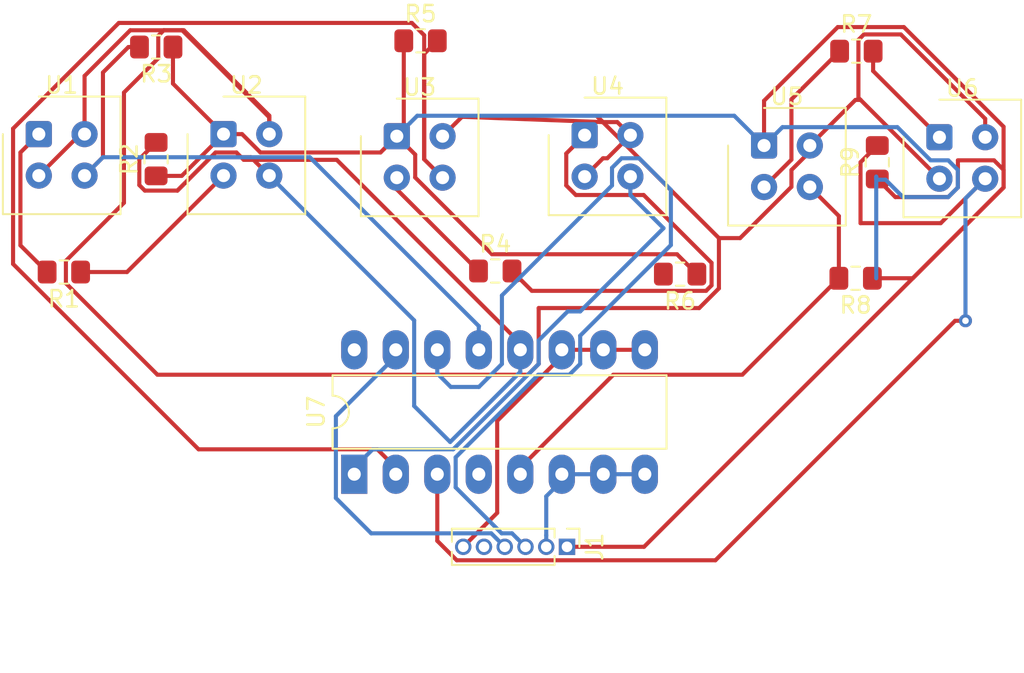
<source format=kicad_pcb>
(kicad_pcb (version 20171130) (host pcbnew "(5.0.1)-4")

  (general
    (thickness 1.6)
    (drawings 0)
    (tracks 238)
    (zones 0)
    (modules 17)
    (nets 20)
  )

  (page A4)
  (layers
    (0 F.Cu signal)
    (31 B.Cu signal)
    (32 B.Adhes user)
    (33 F.Adhes user)
    (34 B.Paste user)
    (35 F.Paste user)
    (36 B.SilkS user)
    (37 F.SilkS user)
    (38 B.Mask user)
    (39 F.Mask user)
    (40 Dwgs.User user)
    (41 Cmts.User user)
    (42 Eco1.User user)
    (43 Eco2.User user)
    (44 Edge.Cuts user)
    (45 Margin user)
    (46 B.CrtYd user)
    (47 F.CrtYd user)
    (48 B.Fab user)
    (49 F.Fab user)
  )

  (setup
    (last_trace_width 0.25)
    (trace_clearance 0.2)
    (zone_clearance 0.508)
    (zone_45_only no)
    (trace_min 0.2)
    (segment_width 0.2)
    (edge_width 0.15)
    (via_size 0.8)
    (via_drill 0.4)
    (via_min_size 0.4)
    (via_min_drill 0.3)
    (uvia_size 0.3)
    (uvia_drill 0.1)
    (uvias_allowed no)
    (uvia_min_size 0.2)
    (uvia_min_drill 0.1)
    (pcb_text_width 0.3)
    (pcb_text_size 1.5 1.5)
    (mod_edge_width 0.15)
    (mod_text_size 1 1)
    (mod_text_width 0.15)
    (pad_size 1.524 1.524)
    (pad_drill 0.762)
    (pad_to_mask_clearance 0.051)
    (solder_mask_min_width 0.25)
    (aux_axis_origin 0 0)
    (visible_elements FFFFFF7F)
    (pcbplotparams
      (layerselection 0x010fc_ffffffff)
      (usegerberextensions false)
      (usegerberattributes false)
      (usegerberadvancedattributes false)
      (creategerberjobfile false)
      (excludeedgelayer true)
      (linewidth 0.100000)
      (plotframeref false)
      (viasonmask false)
      (mode 1)
      (useauxorigin false)
      (hpglpennumber 1)
      (hpglpenspeed 20)
      (hpglpendiameter 15.000000)
      (psnegative false)
      (psa4output false)
      (plotreference true)
      (plotvalue true)
      (plotinvisibletext false)
      (padsonsilk false)
      (subtractmaskfromsilk false)
      (outputformat 1)
      (mirror false)
      (drillshape 1)
      (scaleselection 1)
      (outputdirectory ""))
  )

  (net 0 "")
  (net 1 +5V)
  (net 2 GND)
  (net 3 linea1)
  (net 4 linea2)
  (net 5 linea3)
  (net 6 linea_selec)
  (net 7 "Net-(R1-Pad2)")
  (net 8 "Net-(R1-Pad1)")
  (net 9 sensor1)
  (net 10 sensor2)
  (net 11 "Net-(R4-Pad2)")
  (net 12 "Net-(R4-Pad1)")
  (net 13 sensor3)
  (net 14 sensor4)
  (net 15 "Net-(R7-Pad1)")
  (net 16 "Net-(R7-Pad2)")
  (net 17 sensor5)
  (net 18 sensor6)
  (net 19 "Net-(U7-Pad16)")

  (net_class Default "Esta es la clase de red por defecto."
    (clearance 0.2)
    (trace_width 0.25)
    (via_dia 0.8)
    (via_drill 0.4)
    (uvia_dia 0.3)
    (uvia_drill 0.1)
    (add_net +5V)
    (add_net GND)
    (add_net "Net-(R1-Pad1)")
    (add_net "Net-(R1-Pad2)")
    (add_net "Net-(R4-Pad1)")
    (add_net "Net-(R4-Pad2)")
    (add_net "Net-(R7-Pad1)")
    (add_net "Net-(R7-Pad2)")
    (add_net "Net-(U7-Pad16)")
    (add_net linea1)
    (add_net linea2)
    (add_net linea3)
    (add_net linea_selec)
    (add_net sensor1)
    (add_net sensor2)
    (add_net sensor3)
    (add_net sensor4)
    (add_net sensor5)
    (add_net sensor6)
  )

  (module Connector_PinHeader_1.27mm:PinHeader_1x06_P1.27mm_Vertical (layer F.Cu) (tedit 59FED6E3) (tstamp 5C069A49)
    (at 167.259 83.312 270)
    (descr "Through hole straight pin header, 1x06, 1.27mm pitch, single row")
    (tags "Through hole pin header THT 1x06 1.27mm single row")
    (path /5BF94A52)
    (fp_text reference J1 (at 0 -1.695 270) (layer F.SilkS)
      (effects (font (size 1 1) (thickness 0.15)))
    )
    (fp_text value Conn_01x06_Female (at 0 8.045 270) (layer F.Fab)
      (effects (font (size 1 1) (thickness 0.15)))
    )
    (fp_line (start -0.525 -0.635) (end 1.05 -0.635) (layer F.Fab) (width 0.1))
    (fp_line (start 1.05 -0.635) (end 1.05 6.985) (layer F.Fab) (width 0.1))
    (fp_line (start 1.05 6.985) (end -1.05 6.985) (layer F.Fab) (width 0.1))
    (fp_line (start -1.05 6.985) (end -1.05 -0.11) (layer F.Fab) (width 0.1))
    (fp_line (start -1.05 -0.11) (end -0.525 -0.635) (layer F.Fab) (width 0.1))
    (fp_line (start -1.11 7.045) (end -0.30753 7.045) (layer F.SilkS) (width 0.12))
    (fp_line (start 0.30753 7.045) (end 1.11 7.045) (layer F.SilkS) (width 0.12))
    (fp_line (start -1.11 0.76) (end -1.11 7.045) (layer F.SilkS) (width 0.12))
    (fp_line (start 1.11 0.76) (end 1.11 7.045) (layer F.SilkS) (width 0.12))
    (fp_line (start -1.11 0.76) (end -0.563471 0.76) (layer F.SilkS) (width 0.12))
    (fp_line (start 0.563471 0.76) (end 1.11 0.76) (layer F.SilkS) (width 0.12))
    (fp_line (start -1.11 0) (end -1.11 -0.76) (layer F.SilkS) (width 0.12))
    (fp_line (start -1.11 -0.76) (end 0 -0.76) (layer F.SilkS) (width 0.12))
    (fp_line (start -1.55 -1.15) (end -1.55 7.5) (layer F.CrtYd) (width 0.05))
    (fp_line (start -1.55 7.5) (end 1.55 7.5) (layer F.CrtYd) (width 0.05))
    (fp_line (start 1.55 7.5) (end 1.55 -1.15) (layer F.CrtYd) (width 0.05))
    (fp_line (start 1.55 -1.15) (end -1.55 -1.15) (layer F.CrtYd) (width 0.05))
    (fp_text user %R (at 0 3.175) (layer F.Fab)
      (effects (font (size 1 1) (thickness 0.15)))
    )
    (pad 1 thru_hole rect (at 0 0 270) (size 1 1) (drill 0.65) (layers *.Cu *.Mask)
      (net 1 +5V))
    (pad 2 thru_hole oval (at 0 1.27 270) (size 1 1) (drill 0.65) (layers *.Cu *.Mask)
      (net 2 GND))
    (pad 3 thru_hole oval (at 0 2.54 270) (size 1 1) (drill 0.65) (layers *.Cu *.Mask)
      (net 3 linea1))
    (pad 4 thru_hole oval (at 0 3.81 270) (size 1 1) (drill 0.65) (layers *.Cu *.Mask)
      (net 4 linea2))
    (pad 5 thru_hole oval (at 0 5.08 270) (size 1 1) (drill 0.65) (layers *.Cu *.Mask)
      (net 5 linea3))
    (pad 6 thru_hole oval (at 0 6.35 270) (size 1 1) (drill 0.65) (layers *.Cu *.Mask)
      (net 6 linea_selec))
    (model ${KISYS3DMOD}/Connector_PinHeader_1.27mm.3dshapes/PinHeader_1x06_P1.27mm_Vertical.wrl
      (at (xyz 0 0 0))
      (scale (xyz 1 1 1))
      (rotate (xyz 0 0 0))
    )
  )

  (module Resistor_SMD:R_0805_2012Metric_Pad1.15x1.40mm_HandSolder (layer F.Cu) (tedit 5B36C52B) (tstamp 5C069A5A)
    (at 136.4705 66.4845 180)
    (descr "Resistor SMD 0805 (2012 Metric), square (rectangular) end terminal, IPC_7351 nominal with elongated pad for handsoldering. (Body size source: https://docs.google.com/spreadsheets/d/1BsfQQcO9C6DZCsRaXUlFlo91Tg2WpOkGARC1WS5S8t0/edit?usp=sharing), generated with kicad-footprint-generator")
    (tags "resistor handsolder")
    (path /5BF928F4)
    (attr smd)
    (fp_text reference R1 (at 0 -1.65 180) (layer F.SilkS)
      (effects (font (size 1 1) (thickness 0.15)))
    )
    (fp_text value 82 (at 0 1.65 180) (layer F.Fab)
      (effects (font (size 1 1) (thickness 0.15)))
    )
    (fp_text user %R (at 0 0 180) (layer F.Fab)
      (effects (font (size 0.5 0.5) (thickness 0.08)))
    )
    (fp_line (start 1.85 0.95) (end -1.85 0.95) (layer F.CrtYd) (width 0.05))
    (fp_line (start 1.85 -0.95) (end 1.85 0.95) (layer F.CrtYd) (width 0.05))
    (fp_line (start -1.85 -0.95) (end 1.85 -0.95) (layer F.CrtYd) (width 0.05))
    (fp_line (start -1.85 0.95) (end -1.85 -0.95) (layer F.CrtYd) (width 0.05))
    (fp_line (start -0.261252 0.71) (end 0.261252 0.71) (layer F.SilkS) (width 0.12))
    (fp_line (start -0.261252 -0.71) (end 0.261252 -0.71) (layer F.SilkS) (width 0.12))
    (fp_line (start 1 0.6) (end -1 0.6) (layer F.Fab) (width 0.1))
    (fp_line (start 1 -0.6) (end 1 0.6) (layer F.Fab) (width 0.1))
    (fp_line (start -1 -0.6) (end 1 -0.6) (layer F.Fab) (width 0.1))
    (fp_line (start -1 0.6) (end -1 -0.6) (layer F.Fab) (width 0.1))
    (pad 2 smd roundrect (at 1.025 0 180) (size 1.15 1.4) (layers F.Cu F.Paste F.Mask) (roundrect_rratio 0.217391)
      (net 7 "Net-(R1-Pad2)"))
    (pad 1 smd roundrect (at -1.025 0 180) (size 1.15 1.4) (layers F.Cu F.Paste F.Mask) (roundrect_rratio 0.217391)
      (net 8 "Net-(R1-Pad1)"))
    (model ${KISYS3DMOD}/Resistor_SMD.3dshapes/R_0805_2012Metric.wrl
      (at (xyz 0 0 0))
      (scale (xyz 1 1 1))
      (rotate (xyz 0 0 0))
    )
  )

  (module Resistor_SMD:R_0805_2012Metric_Pad1.15x1.40mm_HandSolder (layer F.Cu) (tedit 5B36C52B) (tstamp 5C069A6B)
    (at 142.113 59.572 90)
    (descr "Resistor SMD 0805 (2012 Metric), square (rectangular) end terminal, IPC_7351 nominal with elongated pad for handsoldering. (Body size source: https://docs.google.com/spreadsheets/d/1BsfQQcO9C6DZCsRaXUlFlo91Tg2WpOkGARC1WS5S8t0/edit?usp=sharing), generated with kicad-footprint-generator")
    (tags "resistor handsolder")
    (path /5BF92886)
    (attr smd)
    (fp_text reference R2 (at 0 -1.65 90) (layer F.SilkS)
      (effects (font (size 1 1) (thickness 0.15)))
    )
    (fp_text value 10k (at 0 1.65 90) (layer F.Fab)
      (effects (font (size 1 1) (thickness 0.15)))
    )
    (fp_line (start -1 0.6) (end -1 -0.6) (layer F.Fab) (width 0.1))
    (fp_line (start -1 -0.6) (end 1 -0.6) (layer F.Fab) (width 0.1))
    (fp_line (start 1 -0.6) (end 1 0.6) (layer F.Fab) (width 0.1))
    (fp_line (start 1 0.6) (end -1 0.6) (layer F.Fab) (width 0.1))
    (fp_line (start -0.261252 -0.71) (end 0.261252 -0.71) (layer F.SilkS) (width 0.12))
    (fp_line (start -0.261252 0.71) (end 0.261252 0.71) (layer F.SilkS) (width 0.12))
    (fp_line (start -1.85 0.95) (end -1.85 -0.95) (layer F.CrtYd) (width 0.05))
    (fp_line (start -1.85 -0.95) (end 1.85 -0.95) (layer F.CrtYd) (width 0.05))
    (fp_line (start 1.85 -0.95) (end 1.85 0.95) (layer F.CrtYd) (width 0.05))
    (fp_line (start 1.85 0.95) (end -1.85 0.95) (layer F.CrtYd) (width 0.05))
    (fp_text user %R (at 0 0 90) (layer F.Fab)
      (effects (font (size 0.5 0.5) (thickness 0.08)))
    )
    (pad 1 smd roundrect (at -1.025 0 90) (size 1.15 1.4) (layers F.Cu F.Paste F.Mask) (roundrect_rratio 0.217391)
      (net 1 +5V))
    (pad 2 smd roundrect (at 1.025 0 90) (size 1.15 1.4) (layers F.Cu F.Paste F.Mask) (roundrect_rratio 0.217391)
      (net 9 sensor1))
    (model ${KISYS3DMOD}/Resistor_SMD.3dshapes/R_0805_2012Metric.wrl
      (at (xyz 0 0 0))
      (scale (xyz 1 1 1))
      (rotate (xyz 0 0 0))
    )
  )

  (module Resistor_SMD:R_0805_2012Metric_Pad1.15x1.40mm_HandSolder (layer F.Cu) (tedit 5B36C52B) (tstamp 5C069A7C)
    (at 142.122 52.705 180)
    (descr "Resistor SMD 0805 (2012 Metric), square (rectangular) end terminal, IPC_7351 nominal with elongated pad for handsoldering. (Body size source: https://docs.google.com/spreadsheets/d/1BsfQQcO9C6DZCsRaXUlFlo91Tg2WpOkGARC1WS5S8t0/edit?usp=sharing), generated with kicad-footprint-generator")
    (tags "resistor handsolder")
    (path /5BF92C10)
    (attr smd)
    (fp_text reference R3 (at 0 -1.65 180) (layer F.SilkS)
      (effects (font (size 1 1) (thickness 0.15)))
    )
    (fp_text value 10k (at 0 1.65 180) (layer F.Fab)
      (effects (font (size 1 1) (thickness 0.15)))
    )
    (fp_line (start -1 0.6) (end -1 -0.6) (layer F.Fab) (width 0.1))
    (fp_line (start -1 -0.6) (end 1 -0.6) (layer F.Fab) (width 0.1))
    (fp_line (start 1 -0.6) (end 1 0.6) (layer F.Fab) (width 0.1))
    (fp_line (start 1 0.6) (end -1 0.6) (layer F.Fab) (width 0.1))
    (fp_line (start -0.261252 -0.71) (end 0.261252 -0.71) (layer F.SilkS) (width 0.12))
    (fp_line (start -0.261252 0.71) (end 0.261252 0.71) (layer F.SilkS) (width 0.12))
    (fp_line (start -1.85 0.95) (end -1.85 -0.95) (layer F.CrtYd) (width 0.05))
    (fp_line (start -1.85 -0.95) (end 1.85 -0.95) (layer F.CrtYd) (width 0.05))
    (fp_line (start 1.85 -0.95) (end 1.85 0.95) (layer F.CrtYd) (width 0.05))
    (fp_line (start 1.85 0.95) (end -1.85 0.95) (layer F.CrtYd) (width 0.05))
    (fp_text user %R (at 0 0 180) (layer F.Fab)
      (effects (font (size 0.5 0.5) (thickness 0.08)))
    )
    (pad 1 smd roundrect (at -1.025 0 180) (size 1.15 1.4) (layers F.Cu F.Paste F.Mask) (roundrect_rratio 0.217391)
      (net 1 +5V))
    (pad 2 smd roundrect (at 1.025 0 180) (size 1.15 1.4) (layers F.Cu F.Paste F.Mask) (roundrect_rratio 0.217391)
      (net 10 sensor2))
    (model ${KISYS3DMOD}/Resistor_SMD.3dshapes/R_0805_2012Metric.wrl
      (at (xyz 0 0 0))
      (scale (xyz 1 1 1))
      (rotate (xyz 0 0 0))
    )
  )

  (module Resistor_SMD:R_0805_2012Metric_Pad1.15x1.40mm_HandSolder (layer F.Cu) (tedit 5B36C52B) (tstamp 5C069A8D)
    (at 162.8685 66.421)
    (descr "Resistor SMD 0805 (2012 Metric), square (rectangular) end terminal, IPC_7351 nominal with elongated pad for handsoldering. (Body size source: https://docs.google.com/spreadsheets/d/1BsfQQcO9C6DZCsRaXUlFlo91Tg2WpOkGARC1WS5S8t0/edit?usp=sharing), generated with kicad-footprint-generator")
    (tags "resistor handsolder")
    (path /5BF92970)
    (attr smd)
    (fp_text reference R4 (at 0 -1.65) (layer F.SilkS)
      (effects (font (size 1 1) (thickness 0.15)))
    )
    (fp_text value 82 (at 0 1.65) (layer F.Fab)
      (effects (font (size 1 1) (thickness 0.15)))
    )
    (fp_text user %R (at 0 0) (layer F.Fab)
      (effects (font (size 0.5 0.5) (thickness 0.08)))
    )
    (fp_line (start 1.85 0.95) (end -1.85 0.95) (layer F.CrtYd) (width 0.05))
    (fp_line (start 1.85 -0.95) (end 1.85 0.95) (layer F.CrtYd) (width 0.05))
    (fp_line (start -1.85 -0.95) (end 1.85 -0.95) (layer F.CrtYd) (width 0.05))
    (fp_line (start -1.85 0.95) (end -1.85 -0.95) (layer F.CrtYd) (width 0.05))
    (fp_line (start -0.261252 0.71) (end 0.261252 0.71) (layer F.SilkS) (width 0.12))
    (fp_line (start -0.261252 -0.71) (end 0.261252 -0.71) (layer F.SilkS) (width 0.12))
    (fp_line (start 1 0.6) (end -1 0.6) (layer F.Fab) (width 0.1))
    (fp_line (start 1 -0.6) (end 1 0.6) (layer F.Fab) (width 0.1))
    (fp_line (start -1 -0.6) (end 1 -0.6) (layer F.Fab) (width 0.1))
    (fp_line (start -1 0.6) (end -1 -0.6) (layer F.Fab) (width 0.1))
    (pad 2 smd roundrect (at 1.025 0) (size 1.15 1.4) (layers F.Cu F.Paste F.Mask) (roundrect_rratio 0.217391)
      (net 11 "Net-(R4-Pad2)"))
    (pad 1 smd roundrect (at -1.025 0) (size 1.15 1.4) (layers F.Cu F.Paste F.Mask) (roundrect_rratio 0.217391)
      (net 12 "Net-(R4-Pad1)"))
    (model ${KISYS3DMOD}/Resistor_SMD.3dshapes/R_0805_2012Metric.wrl
      (at (xyz 0 0 0))
      (scale (xyz 1 1 1))
      (rotate (xyz 0 0 0))
    )
  )

  (module Resistor_SMD:R_0805_2012Metric_Pad1.15x1.40mm_HandSolder (layer F.Cu) (tedit 5B36C52B) (tstamp 5C069A9E)
    (at 158.2965 52.324)
    (descr "Resistor SMD 0805 (2012 Metric), square (rectangular) end terminal, IPC_7351 nominal with elongated pad for handsoldering. (Body size source: https://docs.google.com/spreadsheets/d/1BsfQQcO9C6DZCsRaXUlFlo91Tg2WpOkGARC1WS5S8t0/edit?usp=sharing), generated with kicad-footprint-generator")
    (tags "resistor handsolder")
    (path /5BF92CBE)
    (attr smd)
    (fp_text reference R5 (at 0 -1.65) (layer F.SilkS)
      (effects (font (size 1 1) (thickness 0.15)))
    )
    (fp_text value 10k (at 0 1.65) (layer F.Fab)
      (effects (font (size 1 1) (thickness 0.15)))
    )
    (fp_text user %R (at 0 0) (layer F.Fab)
      (effects (font (size 0.5 0.5) (thickness 0.08)))
    )
    (fp_line (start 1.85 0.95) (end -1.85 0.95) (layer F.CrtYd) (width 0.05))
    (fp_line (start 1.85 -0.95) (end 1.85 0.95) (layer F.CrtYd) (width 0.05))
    (fp_line (start -1.85 -0.95) (end 1.85 -0.95) (layer F.CrtYd) (width 0.05))
    (fp_line (start -1.85 0.95) (end -1.85 -0.95) (layer F.CrtYd) (width 0.05))
    (fp_line (start -0.261252 0.71) (end 0.261252 0.71) (layer F.SilkS) (width 0.12))
    (fp_line (start -0.261252 -0.71) (end 0.261252 -0.71) (layer F.SilkS) (width 0.12))
    (fp_line (start 1 0.6) (end -1 0.6) (layer F.Fab) (width 0.1))
    (fp_line (start 1 -0.6) (end 1 0.6) (layer F.Fab) (width 0.1))
    (fp_line (start -1 -0.6) (end 1 -0.6) (layer F.Fab) (width 0.1))
    (fp_line (start -1 0.6) (end -1 -0.6) (layer F.Fab) (width 0.1))
    (pad 2 smd roundrect (at 1.025 0) (size 1.15 1.4) (layers F.Cu F.Paste F.Mask) (roundrect_rratio 0.217391)
      (net 13 sensor3))
    (pad 1 smd roundrect (at -1.025 0) (size 1.15 1.4) (layers F.Cu F.Paste F.Mask) (roundrect_rratio 0.217391)
      (net 1 +5V))
    (model ${KISYS3DMOD}/Resistor_SMD.3dshapes/R_0805_2012Metric.wrl
      (at (xyz 0 0 0))
      (scale (xyz 1 1 1))
      (rotate (xyz 0 0 0))
    )
  )

  (module Resistor_SMD:R_0805_2012Metric_Pad1.15x1.40mm_HandSolder (layer F.Cu) (tedit 5B36C52B) (tstamp 5C069AAF)
    (at 174.1805 66.6115 180)
    (descr "Resistor SMD 0805 (2012 Metric), square (rectangular) end terminal, IPC_7351 nominal with elongated pad for handsoldering. (Body size source: https://docs.google.com/spreadsheets/d/1BsfQQcO9C6DZCsRaXUlFlo91Tg2WpOkGARC1WS5S8t0/edit?usp=sharing), generated with kicad-footprint-generator")
    (tags "resistor handsolder")
    (path /5BF92946)
    (attr smd)
    (fp_text reference R6 (at 0 -1.65 180) (layer F.SilkS)
      (effects (font (size 1 1) (thickness 0.15)))
    )
    (fp_text value 10k (at 0 1.65 180) (layer F.Fab)
      (effects (font (size 1 1) (thickness 0.15)))
    )
    (fp_line (start -1 0.6) (end -1 -0.6) (layer F.Fab) (width 0.1))
    (fp_line (start -1 -0.6) (end 1 -0.6) (layer F.Fab) (width 0.1))
    (fp_line (start 1 -0.6) (end 1 0.6) (layer F.Fab) (width 0.1))
    (fp_line (start 1 0.6) (end -1 0.6) (layer F.Fab) (width 0.1))
    (fp_line (start -0.261252 -0.71) (end 0.261252 -0.71) (layer F.SilkS) (width 0.12))
    (fp_line (start -0.261252 0.71) (end 0.261252 0.71) (layer F.SilkS) (width 0.12))
    (fp_line (start -1.85 0.95) (end -1.85 -0.95) (layer F.CrtYd) (width 0.05))
    (fp_line (start -1.85 -0.95) (end 1.85 -0.95) (layer F.CrtYd) (width 0.05))
    (fp_line (start 1.85 -0.95) (end 1.85 0.95) (layer F.CrtYd) (width 0.05))
    (fp_line (start 1.85 0.95) (end -1.85 0.95) (layer F.CrtYd) (width 0.05))
    (fp_text user %R (at 0 0 180) (layer F.Fab)
      (effects (font (size 0.5 0.5) (thickness 0.08)))
    )
    (pad 1 smd roundrect (at -1.025 0 180) (size 1.15 1.4) (layers F.Cu F.Paste F.Mask) (roundrect_rratio 0.217391)
      (net 1 +5V))
    (pad 2 smd roundrect (at 1.025 0 180) (size 1.15 1.4) (layers F.Cu F.Paste F.Mask) (roundrect_rratio 0.217391)
      (net 14 sensor4))
    (model ${KISYS3DMOD}/Resistor_SMD.3dshapes/R_0805_2012Metric.wrl
      (at (xyz 0 0 0))
      (scale (xyz 1 1 1))
      (rotate (xyz 0 0 0))
    )
  )

  (module Resistor_SMD:R_0805_2012Metric_Pad1.15x1.40mm_HandSolder (layer F.Cu) (tedit 5B36C52B) (tstamp 5C069AC0)
    (at 184.9665 52.959)
    (descr "Resistor SMD 0805 (2012 Metric), square (rectangular) end terminal, IPC_7351 nominal with elongated pad for handsoldering. (Body size source: https://docs.google.com/spreadsheets/d/1BsfQQcO9C6DZCsRaXUlFlo91Tg2WpOkGARC1WS5S8t0/edit?usp=sharing), generated with kicad-footprint-generator")
    (tags "resistor handsolder")
    (path /5BF92C7E)
    (attr smd)
    (fp_text reference R7 (at 0 -1.65) (layer F.SilkS)
      (effects (font (size 1 1) (thickness 0.15)))
    )
    (fp_text value 82 (at 0 1.65) (layer F.Fab)
      (effects (font (size 1 1) (thickness 0.15)))
    )
    (fp_line (start -1 0.6) (end -1 -0.6) (layer F.Fab) (width 0.1))
    (fp_line (start -1 -0.6) (end 1 -0.6) (layer F.Fab) (width 0.1))
    (fp_line (start 1 -0.6) (end 1 0.6) (layer F.Fab) (width 0.1))
    (fp_line (start 1 0.6) (end -1 0.6) (layer F.Fab) (width 0.1))
    (fp_line (start -0.261252 -0.71) (end 0.261252 -0.71) (layer F.SilkS) (width 0.12))
    (fp_line (start -0.261252 0.71) (end 0.261252 0.71) (layer F.SilkS) (width 0.12))
    (fp_line (start -1.85 0.95) (end -1.85 -0.95) (layer F.CrtYd) (width 0.05))
    (fp_line (start -1.85 -0.95) (end 1.85 -0.95) (layer F.CrtYd) (width 0.05))
    (fp_line (start 1.85 -0.95) (end 1.85 0.95) (layer F.CrtYd) (width 0.05))
    (fp_line (start 1.85 0.95) (end -1.85 0.95) (layer F.CrtYd) (width 0.05))
    (fp_text user %R (at 0 0) (layer F.Fab)
      (effects (font (size 0.5 0.5) (thickness 0.08)))
    )
    (pad 1 smd roundrect (at -1.025 0) (size 1.15 1.4) (layers F.Cu F.Paste F.Mask) (roundrect_rratio 0.217391)
      (net 15 "Net-(R7-Pad1)"))
    (pad 2 smd roundrect (at 1.025 0) (size 1.15 1.4) (layers F.Cu F.Paste F.Mask) (roundrect_rratio 0.217391)
      (net 16 "Net-(R7-Pad2)"))
    (model ${KISYS3DMOD}/Resistor_SMD.3dshapes/R_0805_2012Metric.wrl
      (at (xyz 0 0 0))
      (scale (xyz 1 1 1))
      (rotate (xyz 0 0 0))
    )
  )

  (module Resistor_SMD:R_0805_2012Metric_Pad1.15x1.40mm_HandSolder (layer F.Cu) (tedit 5B36C52B) (tstamp 5C069AD1)
    (at 184.921 66.8655 180)
    (descr "Resistor SMD 0805 (2012 Metric), square (rectangular) end terminal, IPC_7351 nominal with elongated pad for handsoldering. (Body size source: https://docs.google.com/spreadsheets/d/1BsfQQcO9C6DZCsRaXUlFlo91Tg2WpOkGARC1WS5S8t0/edit?usp=sharing), generated with kicad-footprint-generator")
    (tags "resistor handsolder")
    (path /5BF92C48)
    (attr smd)
    (fp_text reference R8 (at 0 -1.65 180) (layer F.SilkS)
      (effects (font (size 1 1) (thickness 0.15)))
    )
    (fp_text value 10k (at 0 1.65 180) (layer F.Fab)
      (effects (font (size 1 1) (thickness 0.15)))
    )
    (fp_text user %R (at 0 0 180) (layer F.Fab)
      (effects (font (size 0.5 0.5) (thickness 0.08)))
    )
    (fp_line (start 1.85 0.95) (end -1.85 0.95) (layer F.CrtYd) (width 0.05))
    (fp_line (start 1.85 -0.95) (end 1.85 0.95) (layer F.CrtYd) (width 0.05))
    (fp_line (start -1.85 -0.95) (end 1.85 -0.95) (layer F.CrtYd) (width 0.05))
    (fp_line (start -1.85 0.95) (end -1.85 -0.95) (layer F.CrtYd) (width 0.05))
    (fp_line (start -0.261252 0.71) (end 0.261252 0.71) (layer F.SilkS) (width 0.12))
    (fp_line (start -0.261252 -0.71) (end 0.261252 -0.71) (layer F.SilkS) (width 0.12))
    (fp_line (start 1 0.6) (end -1 0.6) (layer F.Fab) (width 0.1))
    (fp_line (start 1 -0.6) (end 1 0.6) (layer F.Fab) (width 0.1))
    (fp_line (start -1 -0.6) (end 1 -0.6) (layer F.Fab) (width 0.1))
    (fp_line (start -1 0.6) (end -1 -0.6) (layer F.Fab) (width 0.1))
    (pad 2 smd roundrect (at 1.025 0 180) (size 1.15 1.4) (layers F.Cu F.Paste F.Mask) (roundrect_rratio 0.217391)
      (net 17 sensor5))
    (pad 1 smd roundrect (at -1.025 0 180) (size 1.15 1.4) (layers F.Cu F.Paste F.Mask) (roundrect_rratio 0.217391)
      (net 1 +5V))
    (model ${KISYS3DMOD}/Resistor_SMD.3dshapes/R_0805_2012Metric.wrl
      (at (xyz 0 0 0))
      (scale (xyz 1 1 1))
      (rotate (xyz 0 0 0))
    )
  )

  (module Resistor_SMD:R_0805_2012Metric_Pad1.15x1.40mm_HandSolder (layer F.Cu) (tedit 5B36C52B) (tstamp 5C069AE2)
    (at 186.2455 59.7625 90)
    (descr "Resistor SMD 0805 (2012 Metric), square (rectangular) end terminal, IPC_7351 nominal with elongated pad for handsoldering. (Body size source: https://docs.google.com/spreadsheets/d/1BsfQQcO9C6DZCsRaXUlFlo91Tg2WpOkGARC1WS5S8t0/edit?usp=sharing), generated with kicad-footprint-generator")
    (tags "resistor handsolder")
    (path /5BF928CC)
    (attr smd)
    (fp_text reference R9 (at 0 -1.65 90) (layer F.SilkS)
      (effects (font (size 1 1) (thickness 0.15)))
    )
    (fp_text value 10k (at 0 1.65 90) (layer F.Fab)
      (effects (font (size 1 1) (thickness 0.15)))
    )
    (fp_line (start -1 0.6) (end -1 -0.6) (layer F.Fab) (width 0.1))
    (fp_line (start -1 -0.6) (end 1 -0.6) (layer F.Fab) (width 0.1))
    (fp_line (start 1 -0.6) (end 1 0.6) (layer F.Fab) (width 0.1))
    (fp_line (start 1 0.6) (end -1 0.6) (layer F.Fab) (width 0.1))
    (fp_line (start -0.261252 -0.71) (end 0.261252 -0.71) (layer F.SilkS) (width 0.12))
    (fp_line (start -0.261252 0.71) (end 0.261252 0.71) (layer F.SilkS) (width 0.12))
    (fp_line (start -1.85 0.95) (end -1.85 -0.95) (layer F.CrtYd) (width 0.05))
    (fp_line (start -1.85 -0.95) (end 1.85 -0.95) (layer F.CrtYd) (width 0.05))
    (fp_line (start 1.85 -0.95) (end 1.85 0.95) (layer F.CrtYd) (width 0.05))
    (fp_line (start 1.85 0.95) (end -1.85 0.95) (layer F.CrtYd) (width 0.05))
    (fp_text user %R (at 0 0 90) (layer F.Fab)
      (effects (font (size 0.5 0.5) (thickness 0.08)))
    )
    (pad 1 smd roundrect (at -1.025 0 90) (size 1.15 1.4) (layers F.Cu F.Paste F.Mask) (roundrect_rratio 0.217391)
      (net 1 +5V))
    (pad 2 smd roundrect (at 1.025 0 90) (size 1.15 1.4) (layers F.Cu F.Paste F.Mask) (roundrect_rratio 0.217391)
      (net 18 sensor6))
    (model ${KISYS3DMOD}/Resistor_SMD.3dshapes/R_0805_2012Metric.wrl
      (at (xyz 0 0 0))
      (scale (xyz 1 1 1))
      (rotate (xyz 0 0 0))
    )
  )

  (module OptoDevice:Vishay_CNY70 (layer F.Cu) (tedit 5B8AF8E9) (tstamp 5C069B02)
    (at 134.9375 58.039)
    (descr "package for Vishay CNY70 refective photo coupler/interrupter")
    (tags "Vishay CNY70 refective photo coupler")
    (path /5BF938A4)
    (fp_text reference U1 (at 1.4 -3) (layer F.SilkS)
      (effects (font (size 1 1) (thickness 0.15)))
    )
    (fp_text value CNY70 (at 1.4 5.8) (layer F.Fab)
      (effects (font (size 1 1) (thickness 0.15)))
    )
    (fp_line (start 5.15 5.05) (end -2.35 5.05) (layer F.CrtYd) (width 0.05))
    (fp_line (start 5.15 5.05) (end 5.15 -2.45) (layer F.CrtYd) (width 0.05))
    (fp_line (start -2.35 -2.45) (end -2.35 5.05) (layer F.CrtYd) (width 0.05))
    (fp_line (start -2.35 -2.45) (end 5.15 -2.45) (layer F.CrtYd) (width 0.05))
    (fp_line (start -1.1 -2.2) (end 4.9 -2.2) (layer F.Fab) (width 0.1))
    (fp_line (start 4.9 -2.2) (end 4.9 4.8) (layer F.Fab) (width 0.1))
    (fp_line (start 4.9 4.8) (end -2.1 4.8) (layer F.Fab) (width 0.1))
    (fp_line (start -2.1 4.8) (end -2.1 -1.2) (layer F.Fab) (width 0.1))
    (fp_line (start -2.1 -1.2) (end -1.1 -2.2) (layer F.Fab) (width 0.1))
    (fp_line (start 1.2 -2.2) (end 1.2 -1.9) (layer F.Fab) (width 0.1))
    (fp_line (start 1.2 -1.9) (end 1.6 -1.9) (layer F.Fab) (width 0.1))
    (fp_line (start 1.6 -1.9) (end 1.6 -2.2) (layer F.Fab) (width 0.1))
    (fp_line (start 1.6 4.8) (end 1.6 4.5) (layer F.Fab) (width 0.1))
    (fp_line (start 1.6 4.5) (end 1.2 4.5) (layer F.Fab) (width 0.1))
    (fp_line (start 1.2 4.5) (end 1.2 4.8) (layer F.Fab) (width 0.1))
    (fp_line (start 3.9 3.9) (end 3.9 -1.2) (layer F.Fab) (width 0.1))
    (fp_line (start 3.9 -1.2) (end -1.1 -1.2) (layer F.Fab) (width 0.1))
    (fp_line (start -1.1 -1.2) (end -1.1 3.9) (layer F.Fab) (width 0.1))
    (fp_line (start -1.1 3.9) (end 3.9 3.9) (layer F.Fab) (width 0.1))
    (fp_line (start 5 -2.3) (end 0 -2.3) (layer F.SilkS) (width 0.12))
    (fp_line (start -2.2 0) (end -2.2 4.9) (layer F.SilkS) (width 0.12))
    (fp_line (start -2.2 4.9) (end 5 4.9) (layer F.SilkS) (width 0.12))
    (fp_line (start 5 4.9) (end 5 -2.3) (layer F.SilkS) (width 0.12))
    (fp_text user %R (at 1.5 1.4) (layer F.Fab)
      (effects (font (size 1 1) (thickness 0.15)))
    )
    (pad 1 thru_hole roundrect (at 0 0) (size 1.6 1.6) (drill 0.8) (layers *.Cu *.Mask) (roundrect_rratio 0.156)
      (net 7 "Net-(R1-Pad2)"))
    (pad 2 thru_hole circle (at 0 2.54) (size 1.6 1.6) (drill 0.8) (layers *.Cu *.Mask)
      (net 2 GND))
    (pad 3 thru_hole circle (at 2.8 2.54) (size 1.6 1.6) (drill 0.8) (layers *.Cu *.Mask)
      (net 10 sensor2))
    (pad 4 thru_hole circle (at 2.8 0) (size 1.6 1.6) (drill 0.8) (layers *.Cu *.Mask)
      (net 2 GND))
    (model ${KISYS3DMOD}/OptoDevice.3dshapes/Vishay_CNY70.wrl
      (at (xyz 0 0 0))
      (scale (xyz 1 1 1))
      (rotate (xyz 0 0 0))
    )
  )

  (module OptoDevice:Vishay_CNY70 (layer F.Cu) (tedit 5B8AF8E9) (tstamp 5C069B22)
    (at 146.2405 58.039)
    (descr "package for Vishay CNY70 refective photo coupler/interrupter")
    (tags "Vishay CNY70 refective photo coupler")
    (path /5BF93840)
    (fp_text reference U2 (at 1.4 -3) (layer F.SilkS)
      (effects (font (size 1 1) (thickness 0.15)))
    )
    (fp_text value CNY70 (at 1.4 5.8) (layer F.Fab)
      (effects (font (size 1 1) (thickness 0.15)))
    )
    (fp_text user %R (at 1.5 1.4) (layer F.Fab)
      (effects (font (size 1 1) (thickness 0.15)))
    )
    (fp_line (start 5 4.9) (end 5 -2.3) (layer F.SilkS) (width 0.12))
    (fp_line (start -2.2 4.9) (end 5 4.9) (layer F.SilkS) (width 0.12))
    (fp_line (start -2.2 0) (end -2.2 4.9) (layer F.SilkS) (width 0.12))
    (fp_line (start 5 -2.3) (end 0 -2.3) (layer F.SilkS) (width 0.12))
    (fp_line (start -1.1 3.9) (end 3.9 3.9) (layer F.Fab) (width 0.1))
    (fp_line (start -1.1 -1.2) (end -1.1 3.9) (layer F.Fab) (width 0.1))
    (fp_line (start 3.9 -1.2) (end -1.1 -1.2) (layer F.Fab) (width 0.1))
    (fp_line (start 3.9 3.9) (end 3.9 -1.2) (layer F.Fab) (width 0.1))
    (fp_line (start 1.2 4.5) (end 1.2 4.8) (layer F.Fab) (width 0.1))
    (fp_line (start 1.6 4.5) (end 1.2 4.5) (layer F.Fab) (width 0.1))
    (fp_line (start 1.6 4.8) (end 1.6 4.5) (layer F.Fab) (width 0.1))
    (fp_line (start 1.6 -1.9) (end 1.6 -2.2) (layer F.Fab) (width 0.1))
    (fp_line (start 1.2 -1.9) (end 1.6 -1.9) (layer F.Fab) (width 0.1))
    (fp_line (start 1.2 -2.2) (end 1.2 -1.9) (layer F.Fab) (width 0.1))
    (fp_line (start -2.1 -1.2) (end -1.1 -2.2) (layer F.Fab) (width 0.1))
    (fp_line (start -2.1 4.8) (end -2.1 -1.2) (layer F.Fab) (width 0.1))
    (fp_line (start 4.9 4.8) (end -2.1 4.8) (layer F.Fab) (width 0.1))
    (fp_line (start 4.9 -2.2) (end 4.9 4.8) (layer F.Fab) (width 0.1))
    (fp_line (start -1.1 -2.2) (end 4.9 -2.2) (layer F.Fab) (width 0.1))
    (fp_line (start -2.35 -2.45) (end 5.15 -2.45) (layer F.CrtYd) (width 0.05))
    (fp_line (start -2.35 -2.45) (end -2.35 5.05) (layer F.CrtYd) (width 0.05))
    (fp_line (start 5.15 5.05) (end 5.15 -2.45) (layer F.CrtYd) (width 0.05))
    (fp_line (start 5.15 5.05) (end -2.35 5.05) (layer F.CrtYd) (width 0.05))
    (pad 4 thru_hole circle (at 2.8 0) (size 1.6 1.6) (drill 0.8) (layers *.Cu *.Mask)
      (net 2 GND))
    (pad 3 thru_hole circle (at 2.8 2.54) (size 1.6 1.6) (drill 0.8) (layers *.Cu *.Mask)
      (net 9 sensor1))
    (pad 2 thru_hole circle (at 0 2.54) (size 1.6 1.6) (drill 0.8) (layers *.Cu *.Mask)
      (net 8 "Net-(R1-Pad1)"))
    (pad 1 thru_hole roundrect (at 0 0) (size 1.6 1.6) (drill 0.8) (layers *.Cu *.Mask) (roundrect_rratio 0.156)
      (net 1 +5V))
    (model ${KISYS3DMOD}/OptoDevice.3dshapes/Vishay_CNY70.wrl
      (at (xyz 0 0 0))
      (scale (xyz 1 1 1))
      (rotate (xyz 0 0 0))
    )
  )

  (module OptoDevice:Vishay_CNY70 (layer F.Cu) (tedit 5B8AF8E9) (tstamp 5C069B42)
    (at 156.845 58.166)
    (descr "package for Vishay CNY70 refective photo coupler/interrupter")
    (tags "Vishay CNY70 refective photo coupler")
    (path /5BF939EA)
    (fp_text reference U3 (at 1.4 -3) (layer F.SilkS)
      (effects (font (size 1 1) (thickness 0.15)))
    )
    (fp_text value CNY70 (at 1.4 5.8) (layer F.Fab)
      (effects (font (size 1 1) (thickness 0.15)))
    )
    (fp_line (start 5.15 5.05) (end -2.35 5.05) (layer F.CrtYd) (width 0.05))
    (fp_line (start 5.15 5.05) (end 5.15 -2.45) (layer F.CrtYd) (width 0.05))
    (fp_line (start -2.35 -2.45) (end -2.35 5.05) (layer F.CrtYd) (width 0.05))
    (fp_line (start -2.35 -2.45) (end 5.15 -2.45) (layer F.CrtYd) (width 0.05))
    (fp_line (start -1.1 -2.2) (end 4.9 -2.2) (layer F.Fab) (width 0.1))
    (fp_line (start 4.9 -2.2) (end 4.9 4.8) (layer F.Fab) (width 0.1))
    (fp_line (start 4.9 4.8) (end -2.1 4.8) (layer F.Fab) (width 0.1))
    (fp_line (start -2.1 4.8) (end -2.1 -1.2) (layer F.Fab) (width 0.1))
    (fp_line (start -2.1 -1.2) (end -1.1 -2.2) (layer F.Fab) (width 0.1))
    (fp_line (start 1.2 -2.2) (end 1.2 -1.9) (layer F.Fab) (width 0.1))
    (fp_line (start 1.2 -1.9) (end 1.6 -1.9) (layer F.Fab) (width 0.1))
    (fp_line (start 1.6 -1.9) (end 1.6 -2.2) (layer F.Fab) (width 0.1))
    (fp_line (start 1.6 4.8) (end 1.6 4.5) (layer F.Fab) (width 0.1))
    (fp_line (start 1.6 4.5) (end 1.2 4.5) (layer F.Fab) (width 0.1))
    (fp_line (start 1.2 4.5) (end 1.2 4.8) (layer F.Fab) (width 0.1))
    (fp_line (start 3.9 3.9) (end 3.9 -1.2) (layer F.Fab) (width 0.1))
    (fp_line (start 3.9 -1.2) (end -1.1 -1.2) (layer F.Fab) (width 0.1))
    (fp_line (start -1.1 -1.2) (end -1.1 3.9) (layer F.Fab) (width 0.1))
    (fp_line (start -1.1 3.9) (end 3.9 3.9) (layer F.Fab) (width 0.1))
    (fp_line (start 5 -2.3) (end 0 -2.3) (layer F.SilkS) (width 0.12))
    (fp_line (start -2.2 0) (end -2.2 4.9) (layer F.SilkS) (width 0.12))
    (fp_line (start -2.2 4.9) (end 5 4.9) (layer F.SilkS) (width 0.12))
    (fp_line (start 5 4.9) (end 5 -2.3) (layer F.SilkS) (width 0.12))
    (fp_text user %R (at 1.5 1.4) (layer F.Fab)
      (effects (font (size 1 1) (thickness 0.15)))
    )
    (pad 1 thru_hole roundrect (at 0 0) (size 1.6 1.6) (drill 0.8) (layers *.Cu *.Mask) (roundrect_rratio 0.156)
      (net 1 +5V))
    (pad 2 thru_hole circle (at 0 2.54) (size 1.6 1.6) (drill 0.8) (layers *.Cu *.Mask)
      (net 12 "Net-(R4-Pad1)"))
    (pad 3 thru_hole circle (at 2.8 2.54) (size 1.6 1.6) (drill 0.8) (layers *.Cu *.Mask)
      (net 13 sensor3))
    (pad 4 thru_hole circle (at 2.8 0) (size 1.6 1.6) (drill 0.8) (layers *.Cu *.Mask)
      (net 2 GND))
    (model ${KISYS3DMOD}/OptoDevice.3dshapes/Vishay_CNY70.wrl
      (at (xyz 0 0 0))
      (scale (xyz 1 1 1))
      (rotate (xyz 0 0 0))
    )
  )

  (module OptoDevice:Vishay_CNY70 (layer F.Cu) (tedit 5B8AF8E9) (tstamp 5C069B62)
    (at 168.3385 58.1025)
    (descr "package for Vishay CNY70 refective photo coupler/interrupter")
    (tags "Vishay CNY70 refective photo coupler")
    (path /5BF938CC)
    (fp_text reference U4 (at 1.4 -3) (layer F.SilkS)
      (effects (font (size 1 1) (thickness 0.15)))
    )
    (fp_text value CNY70 (at 1.4 5.8) (layer F.Fab)
      (effects (font (size 1 1) (thickness 0.15)))
    )
    (fp_text user %R (at 1.5 1.4) (layer F.Fab)
      (effects (font (size 1 1) (thickness 0.15)))
    )
    (fp_line (start 5 4.9) (end 5 -2.3) (layer F.SilkS) (width 0.12))
    (fp_line (start -2.2 4.9) (end 5 4.9) (layer F.SilkS) (width 0.12))
    (fp_line (start -2.2 0) (end -2.2 4.9) (layer F.SilkS) (width 0.12))
    (fp_line (start 5 -2.3) (end 0 -2.3) (layer F.SilkS) (width 0.12))
    (fp_line (start -1.1 3.9) (end 3.9 3.9) (layer F.Fab) (width 0.1))
    (fp_line (start -1.1 -1.2) (end -1.1 3.9) (layer F.Fab) (width 0.1))
    (fp_line (start 3.9 -1.2) (end -1.1 -1.2) (layer F.Fab) (width 0.1))
    (fp_line (start 3.9 3.9) (end 3.9 -1.2) (layer F.Fab) (width 0.1))
    (fp_line (start 1.2 4.5) (end 1.2 4.8) (layer F.Fab) (width 0.1))
    (fp_line (start 1.6 4.5) (end 1.2 4.5) (layer F.Fab) (width 0.1))
    (fp_line (start 1.6 4.8) (end 1.6 4.5) (layer F.Fab) (width 0.1))
    (fp_line (start 1.6 -1.9) (end 1.6 -2.2) (layer F.Fab) (width 0.1))
    (fp_line (start 1.2 -1.9) (end 1.6 -1.9) (layer F.Fab) (width 0.1))
    (fp_line (start 1.2 -2.2) (end 1.2 -1.9) (layer F.Fab) (width 0.1))
    (fp_line (start -2.1 -1.2) (end -1.1 -2.2) (layer F.Fab) (width 0.1))
    (fp_line (start -2.1 4.8) (end -2.1 -1.2) (layer F.Fab) (width 0.1))
    (fp_line (start 4.9 4.8) (end -2.1 4.8) (layer F.Fab) (width 0.1))
    (fp_line (start 4.9 -2.2) (end 4.9 4.8) (layer F.Fab) (width 0.1))
    (fp_line (start -1.1 -2.2) (end 4.9 -2.2) (layer F.Fab) (width 0.1))
    (fp_line (start -2.35 -2.45) (end 5.15 -2.45) (layer F.CrtYd) (width 0.05))
    (fp_line (start -2.35 -2.45) (end -2.35 5.05) (layer F.CrtYd) (width 0.05))
    (fp_line (start 5.15 5.05) (end 5.15 -2.45) (layer F.CrtYd) (width 0.05))
    (fp_line (start 5.15 5.05) (end -2.35 5.05) (layer F.CrtYd) (width 0.05))
    (pad 4 thru_hole circle (at 2.8 0) (size 1.6 1.6) (drill 0.8) (layers *.Cu *.Mask)
      (net 2 GND))
    (pad 3 thru_hole circle (at 2.8 2.54) (size 1.6 1.6) (drill 0.8) (layers *.Cu *.Mask)
      (net 14 sensor4))
    (pad 2 thru_hole circle (at 0 2.54) (size 1.6 1.6) (drill 0.8) (layers *.Cu *.Mask)
      (net 2 GND))
    (pad 1 thru_hole roundrect (at 0 0) (size 1.6 1.6) (drill 0.8) (layers *.Cu *.Mask) (roundrect_rratio 0.156)
      (net 11 "Net-(R4-Pad2)"))
    (model ${KISYS3DMOD}/OptoDevice.3dshapes/Vishay_CNY70.wrl
      (at (xyz 0 0 0))
      (scale (xyz 1 1 1))
      (rotate (xyz 0 0 0))
    )
  )

  (module OptoDevice:Vishay_CNY70 (layer F.Cu) (tedit 5B8AF8E9) (tstamp 5C069B82)
    (at 179.318 58.7375)
    (descr "package for Vishay CNY70 refective photo coupler/interrupter")
    (tags "Vishay CNY70 refective photo coupler")
    (path /5BF939B4)
    (fp_text reference U5 (at 1.4 -3) (layer F.SilkS)
      (effects (font (size 1 1) (thickness 0.15)))
    )
    (fp_text value CNY70 (at 1.4 5.8) (layer F.Fab)
      (effects (font (size 1 1) (thickness 0.15)))
    )
    (fp_text user %R (at 1.5 1.4) (layer F.Fab)
      (effects (font (size 1 1) (thickness 0.15)))
    )
    (fp_line (start 5 4.9) (end 5 -2.3) (layer F.SilkS) (width 0.12))
    (fp_line (start -2.2 4.9) (end 5 4.9) (layer F.SilkS) (width 0.12))
    (fp_line (start -2.2 0) (end -2.2 4.9) (layer F.SilkS) (width 0.12))
    (fp_line (start 5 -2.3) (end 0 -2.3) (layer F.SilkS) (width 0.12))
    (fp_line (start -1.1 3.9) (end 3.9 3.9) (layer F.Fab) (width 0.1))
    (fp_line (start -1.1 -1.2) (end -1.1 3.9) (layer F.Fab) (width 0.1))
    (fp_line (start 3.9 -1.2) (end -1.1 -1.2) (layer F.Fab) (width 0.1))
    (fp_line (start 3.9 3.9) (end 3.9 -1.2) (layer F.Fab) (width 0.1))
    (fp_line (start 1.2 4.5) (end 1.2 4.8) (layer F.Fab) (width 0.1))
    (fp_line (start 1.6 4.5) (end 1.2 4.5) (layer F.Fab) (width 0.1))
    (fp_line (start 1.6 4.8) (end 1.6 4.5) (layer F.Fab) (width 0.1))
    (fp_line (start 1.6 -1.9) (end 1.6 -2.2) (layer F.Fab) (width 0.1))
    (fp_line (start 1.2 -1.9) (end 1.6 -1.9) (layer F.Fab) (width 0.1))
    (fp_line (start 1.2 -2.2) (end 1.2 -1.9) (layer F.Fab) (width 0.1))
    (fp_line (start -2.1 -1.2) (end -1.1 -2.2) (layer F.Fab) (width 0.1))
    (fp_line (start -2.1 4.8) (end -2.1 -1.2) (layer F.Fab) (width 0.1))
    (fp_line (start 4.9 4.8) (end -2.1 4.8) (layer F.Fab) (width 0.1))
    (fp_line (start 4.9 -2.2) (end 4.9 4.8) (layer F.Fab) (width 0.1))
    (fp_line (start -1.1 -2.2) (end 4.9 -2.2) (layer F.Fab) (width 0.1))
    (fp_line (start -2.35 -2.45) (end 5.15 -2.45) (layer F.CrtYd) (width 0.05))
    (fp_line (start -2.35 -2.45) (end -2.35 5.05) (layer F.CrtYd) (width 0.05))
    (fp_line (start 5.15 5.05) (end 5.15 -2.45) (layer F.CrtYd) (width 0.05))
    (fp_line (start 5.15 5.05) (end -2.35 5.05) (layer F.CrtYd) (width 0.05))
    (pad 4 thru_hole circle (at 2.8 0) (size 1.6 1.6) (drill 0.8) (layers *.Cu *.Mask)
      (net 2 GND))
    (pad 3 thru_hole circle (at 2.8 2.54) (size 1.6 1.6) (drill 0.8) (layers *.Cu *.Mask)
      (net 17 sensor5))
    (pad 2 thru_hole circle (at 0 2.54) (size 1.6 1.6) (drill 0.8) (layers *.Cu *.Mask)
      (net 15 "Net-(R7-Pad1)"))
    (pad 1 thru_hole roundrect (at 0 0) (size 1.6 1.6) (drill 0.8) (layers *.Cu *.Mask) (roundrect_rratio 0.156)
      (net 1 +5V))
    (model ${KISYS3DMOD}/OptoDevice.3dshapes/Vishay_CNY70.wrl
      (at (xyz 0 0 0))
      (scale (xyz 1 1 1))
      (rotate (xyz 0 0 0))
    )
  )

  (module OptoDevice:Vishay_CNY70 (layer F.Cu) (tedit 5B8AF8E9) (tstamp 5C069BA2)
    (at 190.0495 58.2295)
    (descr "package for Vishay CNY70 refective photo coupler/interrupter")
    (tags "Vishay CNY70 refective photo coupler")
    (path /5BF93976)
    (fp_text reference U6 (at 1.4 -3) (layer F.SilkS)
      (effects (font (size 1 1) (thickness 0.15)))
    )
    (fp_text value CNY70 (at 1.4 5.8) (layer F.Fab)
      (effects (font (size 1 1) (thickness 0.15)))
    )
    (fp_line (start 5.15 5.05) (end -2.35 5.05) (layer F.CrtYd) (width 0.05))
    (fp_line (start 5.15 5.05) (end 5.15 -2.45) (layer F.CrtYd) (width 0.05))
    (fp_line (start -2.35 -2.45) (end -2.35 5.05) (layer F.CrtYd) (width 0.05))
    (fp_line (start -2.35 -2.45) (end 5.15 -2.45) (layer F.CrtYd) (width 0.05))
    (fp_line (start -1.1 -2.2) (end 4.9 -2.2) (layer F.Fab) (width 0.1))
    (fp_line (start 4.9 -2.2) (end 4.9 4.8) (layer F.Fab) (width 0.1))
    (fp_line (start 4.9 4.8) (end -2.1 4.8) (layer F.Fab) (width 0.1))
    (fp_line (start -2.1 4.8) (end -2.1 -1.2) (layer F.Fab) (width 0.1))
    (fp_line (start -2.1 -1.2) (end -1.1 -2.2) (layer F.Fab) (width 0.1))
    (fp_line (start 1.2 -2.2) (end 1.2 -1.9) (layer F.Fab) (width 0.1))
    (fp_line (start 1.2 -1.9) (end 1.6 -1.9) (layer F.Fab) (width 0.1))
    (fp_line (start 1.6 -1.9) (end 1.6 -2.2) (layer F.Fab) (width 0.1))
    (fp_line (start 1.6 4.8) (end 1.6 4.5) (layer F.Fab) (width 0.1))
    (fp_line (start 1.6 4.5) (end 1.2 4.5) (layer F.Fab) (width 0.1))
    (fp_line (start 1.2 4.5) (end 1.2 4.8) (layer F.Fab) (width 0.1))
    (fp_line (start 3.9 3.9) (end 3.9 -1.2) (layer F.Fab) (width 0.1))
    (fp_line (start 3.9 -1.2) (end -1.1 -1.2) (layer F.Fab) (width 0.1))
    (fp_line (start -1.1 -1.2) (end -1.1 3.9) (layer F.Fab) (width 0.1))
    (fp_line (start -1.1 3.9) (end 3.9 3.9) (layer F.Fab) (width 0.1))
    (fp_line (start 5 -2.3) (end 0 -2.3) (layer F.SilkS) (width 0.12))
    (fp_line (start -2.2 0) (end -2.2 4.9) (layer F.SilkS) (width 0.12))
    (fp_line (start -2.2 4.9) (end 5 4.9) (layer F.SilkS) (width 0.12))
    (fp_line (start 5 4.9) (end 5 -2.3) (layer F.SilkS) (width 0.12))
    (fp_text user %R (at 1.5 1.4) (layer F.Fab)
      (effects (font (size 1 1) (thickness 0.15)))
    )
    (pad 1 thru_hole roundrect (at 0 0) (size 1.6 1.6) (drill 0.8) (layers *.Cu *.Mask) (roundrect_rratio 0.156)
      (net 16 "Net-(R7-Pad2)"))
    (pad 2 thru_hole circle (at 0 2.54) (size 1.6 1.6) (drill 0.8) (layers *.Cu *.Mask)
      (net 2 GND))
    (pad 3 thru_hole circle (at 2.8 2.54) (size 1.6 1.6) (drill 0.8) (layers *.Cu *.Mask)
      (net 18 sensor6))
    (pad 4 thru_hole circle (at 2.8 0) (size 1.6 1.6) (drill 0.8) (layers *.Cu *.Mask)
      (net 2 GND))
    (model ${KISYS3DMOD}/OptoDevice.3dshapes/Vishay_CNY70.wrl
      (at (xyz 0 0 0))
      (scale (xyz 1 1 1))
      (rotate (xyz 0 0 0))
    )
  )

  (module Package_DIP:DIP-16_W7.62mm_LongPads (layer F.Cu) (tedit 5A02E8C5) (tstamp 5C069BC6)
    (at 154.2415 78.867 90)
    (descr "16-lead though-hole mounted DIP package, row spacing 7.62 mm (300 mils), LongPads")
    (tags "THT DIP DIL PDIP 2.54mm 7.62mm 300mil LongPads")
    (path /5BF947FF)
    (fp_text reference U7 (at 3.81 -2.33 90) (layer F.SilkS)
      (effects (font (size 1 1) (thickness 0.15)))
    )
    (fp_text value 4053 (at 3.81 20.11 90) (layer F.Fab)
      (effects (font (size 1 1) (thickness 0.15)))
    )
    (fp_arc (start 3.81 -1.33) (end 2.81 -1.33) (angle -180) (layer F.SilkS) (width 0.12))
    (fp_line (start 1.635 -1.27) (end 6.985 -1.27) (layer F.Fab) (width 0.1))
    (fp_line (start 6.985 -1.27) (end 6.985 19.05) (layer F.Fab) (width 0.1))
    (fp_line (start 6.985 19.05) (end 0.635 19.05) (layer F.Fab) (width 0.1))
    (fp_line (start 0.635 19.05) (end 0.635 -0.27) (layer F.Fab) (width 0.1))
    (fp_line (start 0.635 -0.27) (end 1.635 -1.27) (layer F.Fab) (width 0.1))
    (fp_line (start 2.81 -1.33) (end 1.56 -1.33) (layer F.SilkS) (width 0.12))
    (fp_line (start 1.56 -1.33) (end 1.56 19.11) (layer F.SilkS) (width 0.12))
    (fp_line (start 1.56 19.11) (end 6.06 19.11) (layer F.SilkS) (width 0.12))
    (fp_line (start 6.06 19.11) (end 6.06 -1.33) (layer F.SilkS) (width 0.12))
    (fp_line (start 6.06 -1.33) (end 4.81 -1.33) (layer F.SilkS) (width 0.12))
    (fp_line (start -1.45 -1.55) (end -1.45 19.3) (layer F.CrtYd) (width 0.05))
    (fp_line (start -1.45 19.3) (end 9.1 19.3) (layer F.CrtYd) (width 0.05))
    (fp_line (start 9.1 19.3) (end 9.1 -1.55) (layer F.CrtYd) (width 0.05))
    (fp_line (start 9.1 -1.55) (end -1.45 -1.55) (layer F.CrtYd) (width 0.05))
    (fp_text user %R (at 3.81 8.89 90) (layer F.Fab)
      (effects (font (size 1 1) (thickness 0.15)))
    )
    (pad 1 thru_hole rect (at 0 0 90) (size 2.4 1.6) (drill 0.8) (layers *.Cu *.Mask)
      (net 14 sensor4))
    (pad 9 thru_hole oval (at 7.62 17.78 90) (size 2.4 1.6) (drill 0.8) (layers *.Cu *.Mask)
      (net 6 linea_selec))
    (pad 2 thru_hole oval (at 0 2.54 90) (size 2.4 1.6) (drill 0.8) (layers *.Cu *.Mask)
      (net 13 sensor3))
    (pad 10 thru_hole oval (at 7.62 15.24 90) (size 2.4 1.6) (drill 0.8) (layers *.Cu *.Mask)
      (net 6 linea_selec))
    (pad 3 thru_hole oval (at 0 5.08 90) (size 2.4 1.6) (drill 0.8) (layers *.Cu *.Mask)
      (net 18 sensor6))
    (pad 11 thru_hole oval (at 7.62 12.7 90) (size 2.4 1.6) (drill 0.8) (layers *.Cu *.Mask)
      (net 6 linea_selec))
    (pad 4 thru_hole oval (at 0 7.62 90) (size 2.4 1.6) (drill 0.8) (layers *.Cu *.Mask)
      (net 5 linea3))
    (pad 12 thru_hole oval (at 7.62 10.16 90) (size 2.4 1.6) (drill 0.8) (layers *.Cu *.Mask)
      (net 9 sensor1))
    (pad 5 thru_hole oval (at 0 10.16 90) (size 2.4 1.6) (drill 0.8) (layers *.Cu *.Mask)
      (net 17 sensor5))
    (pad 13 thru_hole oval (at 7.62 7.62 90) (size 2.4 1.6) (drill 0.8) (layers *.Cu *.Mask)
      (net 10 sensor2))
    (pad 6 thru_hole oval (at 0 12.7 90) (size 2.4 1.6) (drill 0.8) (layers *.Cu *.Mask)
      (net 2 GND))
    (pad 14 thru_hole oval (at 7.62 5.08 90) (size 2.4 1.6) (drill 0.8) (layers *.Cu *.Mask)
      (net 3 linea1))
    (pad 7 thru_hole oval (at 0 15.24 90) (size 2.4 1.6) (drill 0.8) (layers *.Cu *.Mask)
      (net 2 GND))
    (pad 15 thru_hole oval (at 7.62 2.54 90) (size 2.4 1.6) (drill 0.8) (layers *.Cu *.Mask)
      (net 4 linea2))
    (pad 8 thru_hole oval (at 0 17.78 90) (size 2.4 1.6) (drill 0.8) (layers *.Cu *.Mask)
      (net 2 GND))
    (pad 16 thru_hole oval (at 7.62 0 90) (size 2.4 1.6) (drill 0.8) (layers *.Cu *.Mask)
      (net 19 "Net-(U7-Pad16)"))
    (model ${KISYS3DMOD}/Package_DIP.3dshapes/DIP-16_W7.62mm.wrl
      (at (xyz 0 0 0))
      (scale (xyz 1 1 1))
      (rotate (xyz 0 0 0))
    )
  )

  (segment (start 143.147 54.9455) (end 146.2405 58.039) (width 0.25) (layer F.Cu) (net 1))
  (segment (start 143.147 52.705) (end 143.147 54.9455) (width 0.25) (layer F.Cu) (net 1))
  (segment (start 143.6825 60.597) (end 146.2405 58.039) (width 0.25) (layer F.Cu) (net 1))
  (segment (start 142.113 60.597) (end 143.6825 60.597) (width 0.25) (layer F.Cu) (net 1))
  (segment (start 157.2715 57.7395) (end 156.845 58.166) (width 0.25) (layer F.Cu) (net 1))
  (segment (start 157.2715 52.324) (end 157.2715 57.7395) (width 0.25) (layer F.Cu) (net 1))
  (segment (start 156.047396 58.963604) (end 156.845 58.166) (width 0.25) (layer F.Cu) (net 1))
  (segment (start 155.846999 59.164001) (end 156.047396 58.963604) (width 0.25) (layer F.Cu) (net 1))
  (segment (start 148.500499 59.164001) (end 155.846999 59.164001) (width 0.25) (layer F.Cu) (net 1))
  (segment (start 147.375498 58.039) (end 148.500499 59.164001) (width 0.25) (layer F.Cu) (net 1))
  (segment (start 146.2405 58.039) (end 147.375498 58.039) (width 0.25) (layer F.Cu) (net 1))
  (segment (start 174.582128 65.988128) (end 175.2055 66.6115) (width 0.25) (layer F.Cu) (net 1))
  (segment (start 173.98999 65.39599) (end 174.582128 65.988128) (width 0.25) (layer F.Cu) (net 1))
  (segment (start 162.669988 65.39599) (end 173.98999 65.39599) (width 0.25) (layer F.Cu) (net 1))
  (segment (start 157.970001 60.696003) (end 162.669988 65.39599) (width 0.25) (layer F.Cu) (net 1))
  (segment (start 157.970001 59.291001) (end 157.970001 60.696003) (width 0.25) (layer F.Cu) (net 1))
  (segment (start 156.845 58.166) (end 157.970001 59.291001) (width 0.25) (layer F.Cu) (net 1))
  (segment (start 188.418502 66.8655) (end 193.974501 61.309501) (width 0.25) (layer F.Cu) (net 1))
  (segment (start 185.946 66.8655) (end 188.418502 66.8655) (width 0.25) (layer F.Cu) (net 1))
  (segment (start 193.389501 59.644499) (end 191.180501 59.644499) (width 0.25) (layer F.Cu) (net 1))
  (segment (start 190.589501 61.894501) (end 187.352501 61.894501) (width 0.25) (layer F.Cu) (net 1))
  (segment (start 187.352501 61.894501) (end 186.868872 61.410872) (width 0.25) (layer F.Cu) (net 1))
  (segment (start 191.180501 61.303501) (end 190.589501 61.894501) (width 0.25) (layer F.Cu) (net 1))
  (segment (start 193.974501 61.309501) (end 193.974501 60.229499) (width 0.25) (layer F.Cu) (net 1))
  (segment (start 193.974501 60.229499) (end 193.389501 59.644499) (width 0.25) (layer F.Cu) (net 1))
  (segment (start 191.180501 59.644499) (end 191.180501 61.303501) (width 0.25) (layer F.Cu) (net 1))
  (segment (start 186.868872 61.410872) (end 186.2455 60.7875) (width 0.25) (layer F.Cu) (net 1))
  (segment (start 190.589501 61.894501) (end 187.815001 61.894501) (width 0.25) (layer B.Cu) (net 1))
  (segment (start 191.174501 61.309501) (end 190.589501 61.894501) (width 0.25) (layer B.Cu) (net 1))
  (segment (start 180.443001 57.612499) (end 187.477499 57.612499) (width 0.25) (layer B.Cu) (net 1))
  (segment (start 179.318 58.7375) (end 180.443001 57.612499) (width 0.25) (layer B.Cu) (net 1))
  (segment (start 187.477499 57.612499) (end 189.509499 59.644499) (width 0.25) (layer B.Cu) (net 1))
  (segment (start 189.509499 59.644499) (end 190.589501 59.644499) (width 0.25) (layer B.Cu) (net 1))
  (segment (start 190.589501 59.644499) (end 191.174501 60.229499) (width 0.25) (layer B.Cu) (net 1))
  (segment (start 191.174501 60.229499) (end 191.174501 61.309501) (width 0.25) (layer B.Cu) (net 1))
  (segment (start 187.815001 61.894501) (end 186.7535 60.833) (width 0.25) (layer B.Cu) (net 1))
  (segment (start 186.7535 60.833) (end 186.2455 60.833) (width 0.25) (layer B.Cu) (net 1))
  (segment (start 186.2455 60.833) (end 186.182 60.7695) (width 0.25) (layer B.Cu) (net 1))
  (segment (start 186.182 60.7695) (end 186.182 60.6425) (width 0.25) (layer B.Cu) (net 1))
  (segment (start 186.182 60.6425) (end 186.182 66.8655) (width 0.25) (layer B.Cu) (net 1))
  (segment (start 179.318 57.8375) (end 179.318 58.7375) (width 0.25) (layer F.Cu) (net 1))
  (segment (start 179.318 55.99431) (end 179.318 57.8375) (width 0.25) (layer F.Cu) (net 1))
  (segment (start 183.82833 51.48398) (end 179.318 55.99431) (width 0.25) (layer F.Cu) (net 1))
  (segment (start 187.87176 51.48398) (end 183.82833 51.48398) (width 0.25) (layer F.Cu) (net 1))
  (segment (start 193.974501 57.586721) (end 187.87176 51.48398) (width 0.25) (layer F.Cu) (net 1))
  (segment (start 171.972002 83.312) (end 193.974501 61.309501) (width 0.25) (layer F.Cu) (net 1))
  (segment (start 193.974501 61.309501) (end 193.974501 57.586721) (width 0.25) (layer F.Cu) (net 1))
  (segment (start 167.259 83.312) (end 171.972002 83.312) (width 0.25) (layer F.Cu) (net 1))
  (segment (start 157.642604 57.368396) (end 156.845 58.166) (width 0.25) (layer B.Cu) (net 1))
  (segment (start 158.097001 56.913999) (end 157.642604 57.368396) (width 0.25) (layer B.Cu) (net 1))
  (segment (start 177.494499 56.913999) (end 158.097001 56.913999) (width 0.25) (layer B.Cu) (net 1))
  (segment (start 179.318 58.7375) (end 177.494499 56.913999) (width 0.25) (layer B.Cu) (net 1))
  (segment (start 137.4775 58.039) (end 137.7375 58.039) (width 0.25) (layer F.Cu) (net 2))
  (segment (start 134.9375 60.579) (end 137.4775 58.039) (width 0.25) (layer F.Cu) (net 2))
  (segment (start 149.0405 56.90763) (end 149.0405 58.039) (width 0.25) (layer F.Cu) (net 2))
  (segment (start 143.81286 51.67999) (end 149.0405 56.90763) (width 0.25) (layer F.Cu) (net 2))
  (segment (start 140.53382 51.67999) (end 143.81286 51.67999) (width 0.25) (layer F.Cu) (net 2))
  (segment (start 137.7375 54.47631) (end 140.53382 51.67999) (width 0.25) (layer F.Cu) (net 2))
  (segment (start 137.7375 58.039) (end 137.7375 54.47631) (width 0.25) (layer F.Cu) (net 2))
  (segment (start 160.444999 57.366001) (end 159.645 58.166) (width 0.25) (layer F.Cu) (net 2))
  (segment (start 176.55552 64.406098) (end 169.126912 56.97749) (width 0.25) (layer F.Cu) (net 2))
  (segment (start 176.55552 67.48608) (end 176.55552 64.406098) (width 0.25) (layer F.Cu) (net 2))
  (segment (start 175.35118 68.69042) (end 176.55552 67.48608) (width 0.25) (layer F.Cu) (net 2))
  (segment (start 165.52651 68.69042) (end 175.35118 68.69042) (width 0.25) (layer F.Cu) (net 2))
  (segment (start 165.52651 72.112994) (end 165.52651 68.69042) (width 0.25) (layer F.Cu) (net 2))
  (segment (start 164.867494 72.77201) (end 165.52651 72.112994) (width 0.25) (layer F.Cu) (net 2))
  (segment (start 160.83351 56.97749) (end 160.444999 57.366001) (width 0.25) (layer F.Cu) (net 2))
  (segment (start 136.59549 67.17268) (end 142.19482 72.77201) (width 0.25) (layer F.Cu) (net 2))
  (segment (start 136.59549 65.79632) (end 136.59549 67.17268) (width 0.25) (layer F.Cu) (net 2))
  (segment (start 140.1486 62.24321) (end 136.59549 65.79632) (width 0.25) (layer F.Cu) (net 2))
  (segment (start 142.19482 72.77201) (end 164.867494 72.77201) (width 0.25) (layer F.Cu) (net 2))
  (segment (start 142.24699 53.39318) (end 140.1486 55.49157) (width 0.25) (layer F.Cu) (net 2))
  (segment (start 140.1486 55.49157) (end 140.1486 62.24321) (width 0.25) (layer F.Cu) (net 2))
  (segment (start 142.24699 52.01682) (end 142.24699 53.39318) (width 0.25) (layer F.Cu) (net 2))
  (segment (start 142.58382 51.67999) (end 142.24699 52.01682) (width 0.25) (layer F.Cu) (net 2))
  (segment (start 143.71018 51.67999) (end 142.58382 51.67999) (width 0.25) (layer F.Cu) (net 2))
  (segment (start 149.0405 57.01031) (end 143.71018 51.67999) (width 0.25) (layer F.Cu) (net 2))
  (segment (start 149.0405 58.039) (end 149.0405 57.01031) (width 0.25) (layer F.Cu) (net 2))
  (segment (start 168.3385 60.6425) (end 169.46351 59.51749) (width 0.25) (layer F.Cu) (net 2))
  (segment (start 169.72351 59.51749) (end 171.1385 58.1025) (width 0.25) (layer F.Cu) (net 2))
  (segment (start 169.46351 59.51749) (end 169.72351 59.51749) (width 0.25) (layer F.Cu) (net 2))
  (segment (start 182.118 59.11391) (end 182.118 58.7375) (width 0.25) (layer F.Cu) (net 2))
  (segment (start 180.992999 60.238911) (end 182.118 59.11391) (width 0.25) (layer F.Cu) (net 2))
  (segment (start 180.992999 61.267503) (end 180.992999 60.238911) (width 0.25) (layer F.Cu) (net 2))
  (segment (start 177.854404 64.406098) (end 180.992999 61.267503) (width 0.25) (layer F.Cu) (net 2))
  (segment (start 176.55552 64.406098) (end 177.854404 64.406098) (width 0.25) (layer F.Cu) (net 2))
  (segment (start 189.249501 59.969501) (end 190.0495 60.7695) (width 0.25) (layer F.Cu) (net 2))
  (segment (start 185.09149 52.27082) (end 185.09149 55.81149) (width 0.25) (layer F.Cu) (net 2))
  (segment (start 185.42832 51.93399) (end 185.09149 52.27082) (width 0.25) (layer F.Cu) (net 2))
  (segment (start 187.68536 51.93399) (end 185.42832 51.93399) (width 0.25) (layer F.Cu) (net 2))
  (segment (start 192.8495 57.09813) (end 187.68536 51.93399) (width 0.25) (layer F.Cu) (net 2))
  (segment (start 192.8495 58.2295) (end 192.8495 57.09813) (width 0.25) (layer F.Cu) (net 2))
  (segment (start 182.118 58.7375) (end 184.912 55.9435) (width 0.25) (layer F.Cu) (net 2))
  (segment (start 184.912 55.9435) (end 185.2235 55.9435) (width 0.25) (layer F.Cu) (net 2))
  (segment (start 185.09149 55.81149) (end 185.2235 55.9435) (width 0.25) (layer F.Cu) (net 2))
  (segment (start 185.2235 55.9435) (end 189.249501 59.969501) (width 0.25) (layer F.Cu) (net 2))
  (segment (start 170.338501 57.302501) (end 169.451923 57.302501) (width 0.25) (layer F.Cu) (net 2))
  (segment (start 171.1385 58.1025) (end 170.338501 57.302501) (width 0.25) (layer F.Cu) (net 2))
  (segment (start 169.126912 56.97749) (end 169.451923 57.302501) (width 0.25) (layer F.Cu) (net 2))
  (segment (start 169.451923 57.302501) (end 160.83351 56.97749) (width 0.25) (layer F.Cu) (net 2))
  (segment (start 167.9915 78.867) (end 169.4815 78.867) (width 0.25) (layer B.Cu) (net 2))
  (segment (start 166.9415 78.867) (end 167.9915 78.867) (width 0.25) (layer B.Cu) (net 2))
  (segment (start 170.5315 78.867) (end 172.0215 78.867) (width 0.25) (layer B.Cu) (net 2))
  (segment (start 169.4815 78.867) (end 170.5315 78.867) (width 0.25) (layer B.Cu) (net 2))
  (segment (start 165.989 82.604894) (end 165.989 83.312) (width 0.25) (layer B.Cu) (net 2))
  (segment (start 165.989 80.2195) (end 165.989 82.604894) (width 0.25) (layer B.Cu) (net 2))
  (segment (start 166.9415 79.267) (end 165.989 80.2195) (width 0.25) (layer B.Cu) (net 2))
  (segment (start 166.9415 78.867) (end 166.9415 79.267) (width 0.25) (layer B.Cu) (net 2))
  (segment (start 166.9415 78.867) (end 166.9415 78.467) (width 0.25) (layer B.Cu) (net 2))
  (segment (start 164.219001 82.812001) (end 164.719 83.312) (width 0.25) (layer B.Cu) (net 3))
  (segment (start 163.893999 82.486999) (end 164.219001 82.812001) (width 0.25) (layer B.Cu) (net 3))
  (segment (start 163.260409 82.486999) (end 163.893999 82.486999) (width 0.25) (layer B.Cu) (net 3))
  (segment (start 160.44651 79.6731) (end 163.260409 82.486999) (width 0.25) (layer B.Cu) (net 3))
  (segment (start 160.44651 77.829404) (end 160.44651 79.6731) (width 0.25) (layer B.Cu) (net 3))
  (segment (start 165.503904 72.77201) (end 160.44651 77.829404) (width 0.25) (layer B.Cu) (net 3))
  (segment (start 167.407494 72.77201) (end 165.503904 72.77201) (width 0.25) (layer B.Cu) (net 3))
  (segment (start 168.06651 72.112994) (end 167.407494 72.77201) (width 0.25) (layer B.Cu) (net 3))
  (segment (start 168.06651 70.381006) (end 168.06651 72.112994) (width 0.25) (layer B.Cu) (net 3))
  (segment (start 173.614509 64.833007) (end 168.06651 70.381006) (width 0.25) (layer B.Cu) (net 3))
  (segment (start 173.614509 61.453507) (end 173.614509 64.833007) (width 0.25) (layer B.Cu) (net 3))
  (segment (start 171.678501 59.517499) (end 173.614509 61.453507) (width 0.25) (layer B.Cu) (net 3))
  (segment (start 170.598499 59.517499) (end 171.678501 59.517499) (width 0.25) (layer B.Cu) (net 3))
  (segment (start 170.013499 60.102499) (end 170.598499 59.517499) (width 0.25) (layer B.Cu) (net 3))
  (segment (start 170.013499 61.182501) (end 170.013499 60.102499) (width 0.25) (layer B.Cu) (net 3))
  (segment (start 163.27649 67.91951) (end 170.013499 61.182501) (width 0.25) (layer B.Cu) (net 3))
  (segment (start 163.27649 72.112994) (end 163.27649 67.91951) (width 0.25) (layer B.Cu) (net 3))
  (segment (start 161.866984 73.5225) (end 163.27649 72.112994) (width 0.25) (layer B.Cu) (net 3))
  (segment (start 160.147 73.5225) (end 161.866984 73.5225) (width 0.25) (layer B.Cu) (net 3))
  (segment (start 159.3215 72.697) (end 160.147 73.5225) (width 0.25) (layer B.Cu) (net 3))
  (segment (start 159.3215 71.247) (end 159.3215 72.697) (width 0.25) (layer B.Cu) (net 3))
  (segment (start 162.949001 82.812001) (end 163.449 83.312) (width 0.25) (layer B.Cu) (net 4))
  (segment (start 162.623999 82.486999) (end 162.949001 82.812001) (width 0.25) (layer B.Cu) (net 4))
  (segment (start 155.276497 82.486999) (end 162.623999 82.486999) (width 0.25) (layer B.Cu) (net 4))
  (segment (start 153.116499 80.327001) (end 155.276497 82.486999) (width 0.25) (layer B.Cu) (net 4))
  (segment (start 153.116499 75.312001) (end 153.116499 80.327001) (width 0.25) (layer B.Cu) (net 4))
  (segment (start 156.7815 71.647) (end 153.116499 75.312001) (width 0.25) (layer B.Cu) (net 4))
  (segment (start 156.7815 71.247) (end 156.7815 71.647) (width 0.25) (layer B.Cu) (net 4))
  (segment (start 166.9415 71.647) (end 166.9415 71.247) (width 0.25) (layer F.Cu) (net 6))
  (segment (start 162.98651 75.60199) (end 166.9415 71.647) (width 0.25) (layer F.Cu) (net 6))
  (segment (start 162.98651 81.23449) (end 162.98651 75.60199) (width 0.25) (layer F.Cu) (net 6))
  (segment (start 160.909 83.312) (end 162.98651 81.23449) (width 0.25) (layer F.Cu) (net 6))
  (segment (start 166.9415 71.247) (end 169.4815 71.247) (width 0.25) (layer F.Cu) (net 6))
  (segment (start 169.4815 71.247) (end 172.0215 71.247) (width 0.25) (layer F.Cu) (net 6))
  (segment (start 134.822128 65.861128) (end 135.4455 66.4845) (width 0.25) (layer F.Cu) (net 7))
  (segment (start 133.812499 64.851499) (end 134.822128 65.861128) (width 0.25) (layer F.Cu) (net 7))
  (segment (start 133.812499 59.164001) (end 133.812499 64.851499) (width 0.25) (layer F.Cu) (net 7))
  (segment (start 134.9375 58.039) (end 133.812499 59.164001) (width 0.25) (layer F.Cu) (net 7))
  (segment (start 140.335 66.4845) (end 146.2405 60.579) (width 0.25) (layer F.Cu) (net 8))
  (segment (start 137.4955 66.4845) (end 140.335 66.4845) (width 0.25) (layer F.Cu) (net 8))
  (segment (start 148.240501 59.779001) (end 149.0405 60.579) (width 0.25) (layer F.Cu) (net 9))
  (segment (start 145.461911 59.453999) (end 147.915499 59.453999) (width 0.25) (layer F.Cu) (net 9))
  (segment (start 143.4189 61.49701) (end 145.461911 59.453999) (width 0.25) (layer F.Cu) (net 9))
  (segment (start 147.915499 59.453999) (end 148.240501 59.779001) (width 0.25) (layer F.Cu) (net 9))
  (segment (start 149.840499 61.378999) (end 149.0405 60.579) (width 0.25) (layer B.Cu) (net 9))
  (segment (start 157.90651 69.44501) (end 149.840499 61.378999) (width 0.25) (layer B.Cu) (net 9))
  (segment (start 157.90651 74.687376) (end 157.90651 69.44501) (width 0.25) (layer B.Cu) (net 9))
  (segment (start 160.111114 76.89198) (end 157.90651 74.687376) (width 0.25) (layer B.Cu) (net 9))
  (segment (start 164.4015 72.601594) (end 160.111114 76.89198) (width 0.25) (layer B.Cu) (net 9))
  (segment (start 164.4015 71.247) (end 164.4015 72.601594) (width 0.25) (layer B.Cu) (net 9))
  (segment (start 141.489628 59.170372) (end 142.113 58.547) (width 0.25) (layer F.Cu) (net 9))
  (segment (start 141.08799 59.57201) (end 141.489628 59.170372) (width 0.25) (layer F.Cu) (net 9))
  (segment (start 141.08799 61.16018) (end 141.08799 59.57201) (width 0.25) (layer F.Cu) (net 9))
  (segment (start 145.7519 59.16401) (end 143.4189 61.49701) (width 0.25) (layer F.Cu) (net 9))
  (segment (start 141.42482 61.49701) (end 141.08799 61.16018) (width 0.25) (layer F.Cu) (net 9))
  (segment (start 147.028912 59.16401) (end 145.7519 59.16401) (width 0.25) (layer F.Cu) (net 9))
  (segment (start 147.478913 59.614011) (end 147.028912 59.16401) (width 0.25) (layer F.Cu) (net 9))
  (segment (start 153.168511 59.614011) (end 147.478913 59.614011) (width 0.25) (layer F.Cu) (net 9))
  (segment (start 164.4015 70.847) (end 153.168511 59.614011) (width 0.25) (layer F.Cu) (net 9))
  (segment (start 143.4189 61.49701) (end 141.42482 61.49701) (width 0.25) (layer F.Cu) (net 9))
  (segment (start 164.4015 71.247) (end 164.4015 70.847) (width 0.25) (layer F.Cu) (net 9))
  (segment (start 138.537499 59.779001) (end 137.7375 60.579) (width 0.25) (layer F.Cu) (net 10))
  (segment (start 138.862501 59.453999) (end 138.537499 59.779001) (width 0.25) (layer F.Cu) (net 10))
  (segment (start 138.862501 54.264499) (end 138.862501 59.453999) (width 0.25) (layer F.Cu) (net 10))
  (segment (start 140.422 52.705) (end 138.862501 54.264499) (width 0.25) (layer F.Cu) (net 10))
  (segment (start 141.097 52.705) (end 140.422 52.705) (width 0.25) (layer F.Cu) (net 10))
  (segment (start 138.537499 59.779001) (end 137.7375 60.579) (width 0.25) (layer B.Cu) (net 10))
  (segment (start 138.862501 59.453999) (end 138.537499 59.779001) (width 0.25) (layer B.Cu) (net 10))
  (segment (start 151.518499 59.453999) (end 138.862501 59.453999) (width 0.25) (layer B.Cu) (net 10))
  (segment (start 161.8615 69.797) (end 151.518499 59.453999) (width 0.25) (layer B.Cu) (net 10))
  (segment (start 161.8615 71.247) (end 161.8615 69.797) (width 0.25) (layer B.Cu) (net 10))
  (segment (start 167.213499 61.182501) (end 167.213499 59.227501) (width 0.25) (layer F.Cu) (net 11))
  (segment (start 167.798499 61.767501) (end 167.213499 61.182501) (width 0.25) (layer F.Cu) (net 11))
  (segment (start 176.10551 65.92332) (end 171.949691 61.767501) (width 0.25) (layer F.Cu) (net 11))
  (segment (start 176.10551 67.29968) (end 176.10551 65.92332) (width 0.25) (layer F.Cu) (net 11))
  (segment (start 175.76868 67.63651) (end 176.10551 67.29968) (width 0.25) (layer F.Cu) (net 11))
  (segment (start 167.540896 58.900104) (end 168.3385 58.1025) (width 0.25) (layer F.Cu) (net 11))
  (segment (start 167.213499 59.227501) (end 167.540896 58.900104) (width 0.25) (layer F.Cu) (net 11))
  (segment (start 165.10901 67.63651) (end 175.76868 67.63651) (width 0.25) (layer F.Cu) (net 11))
  (segment (start 171.949691 61.767501) (end 167.798499 61.767501) (width 0.25) (layer F.Cu) (net 11))
  (segment (start 163.8935 66.421) (end 165.10901 67.63651) (width 0.25) (layer F.Cu) (net 11))
  (segment (start 156.845 61.4225) (end 156.845 60.706) (width 0.25) (layer F.Cu) (net 12))
  (segment (start 161.8435 66.421) (end 156.845 61.4225) (width 0.25) (layer F.Cu) (net 12))
  (segment (start 159.3215 52.324) (end 158.519999 53.125501) (width 0.25) (layer F.Cu) (net 13))
  (segment (start 158.519999 53.125501) (end 158.519999 59.580999) (width 0.25) (layer F.Cu) (net 13))
  (segment (start 156.7815 78.467) (end 156.7815 78.867) (width 0.25) (layer F.Cu) (net 13))
  (segment (start 155.656499 77.341999) (end 156.7815 78.467) (width 0.25) (layer F.Cu) (net 13))
  (segment (start 144.714809 77.341999) (end 155.656499 77.341999) (width 0.25) (layer F.Cu) (net 13))
  (segment (start 133.36249 57.700588) (end 133.36249 65.98968) (width 0.25) (layer F.Cu) (net 13))
  (segment (start 139.833097 51.229981) (end 133.36249 57.700588) (width 0.25) (layer F.Cu) (net 13))
  (segment (start 133.36249 65.98968) (end 144.714809 77.341999) (width 0.25) (layer F.Cu) (net 13))
  (segment (start 157.765671 51.229981) (end 139.833097 51.229981) (width 0.25) (layer F.Cu) (net 13))
  (segment (start 158.519999 51.984309) (end 157.765671 51.229981) (width 0.25) (layer F.Cu) (net 13))
  (segment (start 158.519999 59.580999) (end 158.519999 51.984309) (width 0.25) (layer F.Cu) (net 13))
  (segment (start 159.645 60.706) (end 158.519999 59.580999) (width 0.25) (layer F.Cu) (net 13))
  (segment (start 171.1385 61.77387) (end 173.1645 63.79987) (width 0.25) (layer B.Cu) (net 14))
  (segment (start 171.1385 60.6425) (end 171.1385 61.77387) (width 0.25) (layer B.Cu) (net 14))
  (segment (start 154.2415 78.467) (end 154.2415 78.867) (width 0.25) (layer B.Cu) (net 14))
  (segment (start 155.36651 77.34199) (end 154.2415 78.467) (width 0.25) (layer B.Cu) (net 14))
  (segment (start 165.52651 72.112994) (end 160.297514 77.34199) (width 0.25) (layer B.Cu) (net 14))
  (segment (start 165.52651 70.670986) (end 165.52651 72.112994) (width 0.25) (layer B.Cu) (net 14))
  (segment (start 167.299636 68.89786) (end 165.52651 70.670986) (width 0.25) (layer B.Cu) (net 14))
  (segment (start 160.297514 77.34199) (end 155.36651 77.34199) (width 0.25) (layer B.Cu) (net 14))
  (segment (start 168.06651 68.89786) (end 167.299636 68.89786) (width 0.25) (layer B.Cu) (net 14))
  (segment (start 173.1645 63.79987) (end 168.06651 68.89786) (width 0.25) (layer B.Cu) (net 14))
  (segment (start 180.117999 60.477501) (end 179.318 61.2775) (width 0.25) (layer F.Cu) (net 15))
  (segment (start 180.992999 59.602501) (end 180.117999 60.477501) (width 0.25) (layer F.Cu) (net 15))
  (segment (start 180.992999 55.907501) (end 180.992999 59.602501) (width 0.25) (layer F.Cu) (net 15))
  (segment (start 183.9415 52.959) (end 180.992999 55.907501) (width 0.25) (layer F.Cu) (net 15))
  (segment (start 185.9915 54.1715) (end 190.0495 58.2295) (width 0.25) (layer F.Cu) (net 16))
  (segment (start 185.9915 52.959) (end 185.9915 54.1715) (width 0.25) (layer F.Cu) (net 16))
  (segment (start 183.896 63.0555) (end 182.118 61.2775) (width 0.25) (layer F.Cu) (net 17))
  (segment (start 183.896 66.8655) (end 183.896 63.0555) (width 0.25) (layer F.Cu) (net 17))
  (segment (start 164.4015 78.467) (end 164.4015 78.867) (width 0.25) (layer F.Cu) (net 17))
  (segment (start 170.09649 72.77201) (end 164.4015 78.467) (width 0.25) (layer F.Cu) (net 17))
  (segment (start 177.98949 72.77201) (end 170.09649 72.77201) (width 0.25) (layer F.Cu) (net 17))
  (segment (start 183.896 66.8655) (end 177.98949 72.77201) (width 0.25) (layer F.Cu) (net 17))
  (segment (start 190.12801 63.49099) (end 192.8495 60.7695) (width 0.25) (layer F.Cu) (net 18))
  (segment (start 185.22049 63.49099) (end 190.12801 63.49099) (width 0.25) (layer F.Cu) (net 18))
  (segment (start 186.2455 58.7375) (end 185.22049 59.76251) (width 0.25) (layer F.Cu) (net 18))
  (segment (start 185.22049 59.76251) (end 185.22049 63.49099) (width 0.25) (layer F.Cu) (net 18))
  (segment (start 160.512999 84.137001) (end 176.339999 84.137001) (width 0.25) (layer F.Cu) (net 18))
  (segment (start 159.3215 78.867) (end 159.3215 82.945502) (width 0.25) (layer F.Cu) (net 18))
  (segment (start 159.3215 82.945502) (end 160.512999 84.137001) (width 0.25) (layer F.Cu) (net 18))
  (via (at 191.643 69.469) (size 0.8) (drill 0.4) (layers F.Cu B.Cu) (net 18))
  (segment (start 176.339999 84.137001) (end 191.008 69.469) (width 0.25) (layer F.Cu) (net 18))
  (segment (start 191.008 69.469) (end 191.643 69.469) (width 0.25) (layer F.Cu) (net 18))
  (segment (start 191.643 61.976) (end 192.8495 60.7695) (width 0.25) (layer B.Cu) (net 18))
  (segment (start 191.643 69.469) (end 191.643 61.976) (width 0.25) (layer B.Cu) (net 18))

)

</source>
